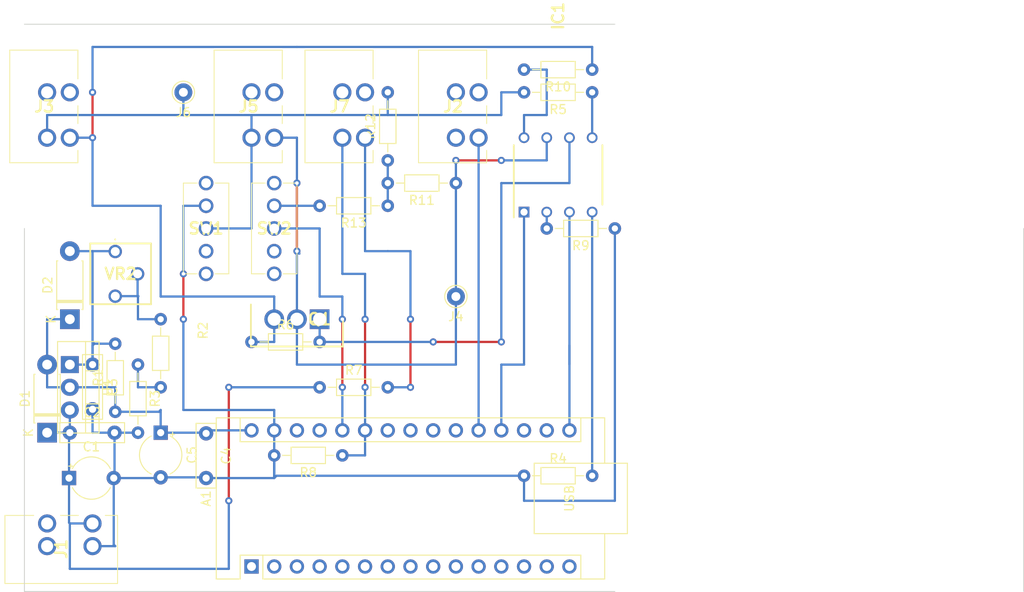
<source format=kicad_pcb>
(kicad_pcb (version 20211014) (generator pcbnew)
  (layers (0 "F.Cu" signal) (31 "B.Cu" signal) (34 "B.Paste" user) (35 "F.Paste" user) (36 "B.SilkS" user "B.Silkscreen") (37 "F.SilkS" user "F.Silkscreen") (38 "B.Mask" user) (39 "F.Mask" user) (44 "Edge.Cuts" user))
  (net 0 "")
  (net 16 "Net-(A1-Pad16)")
  (net 19 "Net-(A1-Pad19)")
  (net 20 "Net-(A1-Pad20)")
  (net 25 "PROX_OUT")
  (net 26 "OUT_REF")
  (net 29 "GND")
  (net 30 "+8V")
  (net 31 "+24V")
  (net 32 "Net-(C3-Pad1)")
  (net 33 "Net-(IC1-Pad2)")
  (net 34 "Net-(IC1-Pad7)")
  (net 35 "Net-(IC1-Pad6)")
  (net 36 "Net-(IC1-Pad5)")
  (net 37 "Net-(IC1-Pad4)")
  (net 38 "Net-(IC1-Pad8)")
  (net 47 "VPP")
  (net 48 "GNDPWR")
  (net 52 "Net-(R2-Pad1)")
  (net 53 "Net-(R2-Pad2)")
  (net 54 "Net-(J7-Pad3)")
  (net 55 "Net-(R11-Pad2)")
  (net 56 "Net-(R13-Pad2)")
  (footprint "Capacitor_THT:CP_Radial_Tantal_D4.5mm_P5.00mm" (layer "F.Cu") (at 180.34 88.9 -90)
    (fp_text reference "C5" (at 2.5 -3.5 90) (layer "F.SilkS"))
    (fp_text value "47u")
    (fp_line (start 0.187712 -1.56) (end 0.187712 -1.11) (layer "F.SilkS") (width 0.12))
    (fp_line (start -0.037288 -1.335) (end 0.412712 -1.335) (layer "F.SilkS") (width 0.12))
    (fp_arc (start 4.619741 1.06) (mid 2.5 2.37) (end 0.380259 1.06) (layer "F.SilkS") (width 0.12))
    (fp_arc (start 0.380259 -1.06) (mid 2.5 -2.37) (end 4.619741 -1.06) (layer "F.SilkS") (width 0.12))
    (pad "1" thru_hole rect (at 0 0 270) (size 1.6 1.6) (drill 0.8) (layers *.Cu *.Mask) (net 30 "+8V"))
    (pad "2" thru_hole circle (at 5 0 270) (size 1.6 1.6) (drill 0.8) (layers *.Cu *.Mask) (net 29 "GND"))
  )
  (footprint "Connector_Pin:Pin_D1.0mm_L10.0mm" (layer "F.Cu") (at 213.36 73.66)
    (fp_text reference "J4" (at 0 2.25) (layer "F.SilkS"))
    (fp_text value "Conn_01x01_Male")
    (fp_circle (center 0 0) (end 1.25 0.05) (layer "F.SilkS") (width 0.12) (fill none))
    (pad "1" thru_hole circle (at 0 0) (size 2 2) (drill 1) (layers *.Cu *.Mask) (net 34 "Net-(IC1-Pad7)"))
  )
  (footprint "SamacSys:TB40112E" (layer "F.Cu") (at 170.18 50.8 180)
    (fp_text reference "J3" (at 2.854 -1.58) (layer "F.SilkS") (effects (font (size 1.27 1.27) (thickness 0.254))))
    (fp_text value "TB401-1-2-E" hide)
    (fp_line (start -0.9 4.72) (end -0.9 1.5) (layer "F.SilkS") (width 0.1))
    (fp_line (start 6.72 -7.88) (end 6.72 4.72) (layer "F.SilkS") (width 0.1))
    (fp_line (start -0.9 -3.5) (end -0.9 -1.5) (layer "F.SilkS") (width 0.1))
    (fp_line (start -0.9 -6.5) (end -0.9 -7.88) (layer "F.SilkS") (width 0.1))
    (fp_line (start -0.9 -7.88) (end 6.72 -7.88) (layer "F.SilkS") (width 0.1))
    (fp_line (start 6.72 4.72) (end -0.9 4.72) (layer "F.SilkS") (width 0.1))
    (pad "1" thru_hole circle locked (at 0 0 180) (size 2.025 2.025) (drill 1.35) (layers *.Cu *.Mask))
    (pad "2" thru_hole circle locked (at 2.54 0 180) (size 2.025 2.025) (drill 1.35) (layers *.Cu *.Mask))
    (pad "3" thru_hole circle locked (at 0 -5.08 180) (size 2.025 2.025) (drill 1.35) (layers *.Cu *.Mask) (net 47 "VPP"))
    (pad "4" thru_hole circle locked (at 2.54 -5.08 180) (size 2.025 2.025) (drill 1.35) (layers *.Cu *.Mask) (net 48 "GNDPWR"))
  )
  (footprint "Resistor_THT:R_Axial_DIN0204_L3.6mm_D1.6mm_P7.62mm_Horizontal" (layer "F.Cu") (at 205.74 58.42 90)
    (fp_text reference "R12" (at 3.81 -1.92 90) (layer "F.SilkS"))
    (fp_text value "2.2k")
    (fp_line (start 5.73 -0.92) (end 1.89 -0.92) (layer "F.SilkS") (width 0.12))
    (fp_line (start 6.68 0) (end 5.73 0) (layer "F.SilkS") (width 0.12))
    (fp_line (start 1.89 -0.92) (end 1.89 0.92) (layer "F.SilkS") (width 0.12))
    (fp_line (start 0.94 0) (end 1.89 0) (layer "F.SilkS") (width 0.12))
    (fp_line (start 1.89 0.92) (end 5.73 0.92) (layer "F.SilkS") (width 0.12))
    (fp_line (start 5.73 0.92) (end 5.73 -0.92) (layer "F.SilkS") (width 0.12))
    (pad "1" thru_hole circle (at 0 0 90) (size 1.4 1.4) (drill 0.7) (layers *.Cu *.Mask) (net 55 "Net-(R11-Pad2)"))
    (pad "2" thru_hole oval (at 7.62 0 90) (size 1.4 1.4) (drill 0.7) (layers *.Cu *.Mask) (net 48 "GNDPWR"))
  )
  (footprint "Resistor_THT:R_Axial_DIN0204_L3.6mm_D1.6mm_P7.62mm_Horizontal" (layer "F.Cu") (at 180.34 76.2 -90)
    (fp_text reference "R2" (at 1.27 -4.74 90) (layer "F.SilkS"))
    (fp_text value "100")
    (fp_line (start 5.73 0.92) (end 5.73 -0.92) (layer "F.SilkS") (width 0.12))
    (fp_line (start 1.89 -0.92) (end 1.89 0.92) (layer "F.SilkS") (width 0.12))
    (fp_line (start 1.89 0.92) (end 5.73 0.92) (layer "F.SilkS") (width 0.12))
    (fp_line (start 5.73 -0.92) (end 1.89 -0.92) (layer "F.SilkS") (width 0.12))
    (fp_line (start 6.68 0) (end 5.73 0) (layer "F.SilkS") (width 0.12))
    (fp_line (start 0.94 0) (end 1.89 0) (layer "F.SilkS") (width 0.12))
    (pad "1" thru_hole circle (at 0 0 270) (size 1.4 1.4) (drill 0.7) (layers *.Cu *.Mask) (net 52 "Net-(R2-Pad1)"))
    (pad "2" thru_hole oval (at 7.62 0 270) (size 1.4 1.4) (drill 0.7) (layers *.Cu *.Mask) (net 53 "Net-(R2-Pad2)"))
  )
  (footprint "SamacSys:TB40112E" (layer "F.Cu") (at 167.64 99.06 -90)
    (fp_text reference "J1" (at 2.854 -1.58 90) (layer "F.SilkS") (effects (font (size 1.27 1.27) (thickness 0.254))))
    (fp_text value "TB401-1-2-E" hide)
    (fp_line (start -0.9 -6.5) (end -0.9 -7.88) (layer "F.SilkS") (width 0.1))
    (fp_line (start -0.9 4.72) (end -0.9 1.5) (layer "F.SilkS") (width 0.1))
    (fp_line (start 6.72 -7.88) (end 6.72 4.72) (layer "F.SilkS") (width 0.1))
    (fp_line (start -0.9 -3.5) (end -0.9 -1.5) (layer "F.SilkS") (width 0.1))
    (fp_line (start -0.9 -7.88) (end 6.72 -7.88) (layer "F.SilkS") (width 0.1))
    (fp_line (start 6.72 4.72) (end -0.9 4.72) (layer "F.SilkS") (width 0.1))
    (pad "1" thru_hole circle locked (at 0 0 270) (size 2.025 2.025) (drill 1.35) (layers *.Cu *.Mask))
    (pad "2" thru_hole circle locked (at 2.54 0 270) (size 2.025 2.025) (drill 1.35) (layers *.Cu *.Mask))
    (pad "3" thru_hole circle locked (at 0 -5.08 270) (size 2.025 2.025) (drill 1.35) (layers *.Cu *.Mask) (net 31 "+24V"))
    (pad "4" thru_hole circle locked (at 2.54 -5.08 270) (size 2.025 2.025) (drill 1.35) (layers *.Cu *.Mask) (net 29 "GND"))
  )
  (footprint "Resistor_THT:R_Axial_DIN0204_L3.6mm_D1.6mm_P7.62mm_Horizontal" (layer "F.Cu") (at 228.6 50.8 180)
    (fp_text reference "R5" (at 3.81 -1.92) (layer "F.SilkS"))
    (fp_text value "4.7k")
    (fp_line (start 5.73 0.92) (end 5.73 -0.92) (layer "F.SilkS") (width 0.12))
    (fp_line (start 1.89 -0.92) (end 1.89 0.92) (layer "F.SilkS") (width 0.12))
    (fp_line (start 5.73 -0.92) (end 1.89 -0.92) (layer "F.SilkS") (width 0.12))
    (fp_line (start 6.68 0) (end 5.73 0) (layer "F.SilkS") (width 0.12))
    (fp_line (start 0.94 0) (end 1.89 0) (layer "F.SilkS") (width 0.12))
    (fp_line (start 1.89 0.92) (end 5.73 0.92) (layer "F.SilkS") (width 0.12))
    (pad "1" thru_hole circle (at 0 0 180) (size 1.4 1.4) (drill 0.7) (layers *.Cu *.Mask) (net 36 "Net-(IC1-Pad5)"))
    (pad "2" thru_hole oval (at 7.62 0 180) (size 1.4 1.4) (drill 0.7) (layers *.Cu *.Mask) (net 48 "GNDPWR"))
  )
  (footprint "Resistor_THT:R_Axial_DIN0204_L3.6mm_D1.6mm_P7.62mm_Horizontal" (layer "F.Cu") (at 198.12 83.82)
    (fp_text reference "R7" (at 3.81 -1.92) (layer "F.SilkS"))
    (fp_text value "2.2k")
    (fp_line (start 0.94 0) (end 1.89 0) (layer "F.SilkS") (width 0.12))
    (fp_line (start 6.68 0) (end 5.73 0) (layer "F.SilkS") (width 0.12))
    (fp_line (start 5.73 -0.92) (end 1.89 -0.92) (layer "F.SilkS") (width 0.12))
    (fp_line (start 1.89 -0.92) (end 1.89 0.92) (layer "F.SilkS") (width 0.12))
    (fp_line (start 1.89 0.92) (end 5.73 0.92) (layer "F.SilkS") (width 0.12))
    (fp_line (start 5.73 0.92) (end 5.73 -0.92) (layer "F.SilkS") (width 0.12))
    (pad "1" thru_hole circle (at 0 0) (size 1.4 1.4) (drill 0.7) (layers *.Cu *.Mask) (net 31 "+24V"))
    (pad "2" thru_hole oval (at 7.62 0) (size 1.4 1.4) (drill 0.7) (layers *.Cu *.Mask) (net 54 "Net-(J7-Pad3)"))
  )
  (footprint "Resistor_THT:R_Axial_DIN0204_L3.6mm_D1.6mm_P7.62mm_Horizontal" (layer "F.Cu") (at 231.14 66.04 180)
    (fp_text reference "R9" (at 3.81 -1.92) (layer "F.SilkS"))
    (fp_text value "470")
    (fp_line (start 0.94 0) (end 1.89 0) (layer "F.SilkS") (width 0.12))
    (fp_line (start 1.89 -0.92) (end 1.89 0.92) (layer "F.SilkS") (width 0.12))
    (fp_line (start 6.68 0) (end 5.73 0) (layer "F.SilkS") (width 0.12))
    (fp_line (start 1.89 0.92) (end 5.73 0.92) (layer "F.SilkS") (width 0.12))
    (fp_line (start 5.73 -0.92) (end 1.89 -0.92) (layer "F.SilkS") (width 0.12))
    (fp_line (start 5.73 0.92) (end 5.73 -0.92) (layer "F.SilkS") (width 0.12))
    (pad "1" thru_hole circle (at 0 0 180) (size 1.4 1.4) (drill 0.7) (layers *.Cu *.Mask) (net 29 "GND"))
    (pad "2" thru_hole oval (at 7.62 0 180) (size 1.4 1.4) (drill 0.7) (layers *.Cu *.Mask) (net 33 "Net-(IC1-Pad2)"))
  )
  (footprint "SamacSys:TB40112E" (layer "F.Cu") (at 203.2 50.8 180)
    (fp_text reference "J7" (at 2.854 -1.58) (layer "F.SilkS") (effects (font (size 1.27 1.27) (thickness 0.254))))
    (fp_text value "TB401-1-2-E" hide)
    (fp_line (start -0.9 4.72) (end -0.9 1.5) (layer "F.SilkS") (width 0.1))
    (fp_line (start -0.9 -7.88) (end 6.72 -7.88) (layer "F.SilkS") (width 0.1))
    (fp_line (start -0.9 -3.5) (end -0.9 -1.5) (layer "F.SilkS") (width 0.1))
    (fp_line (start 6.72 -7.88) (end 6.72 4.72) (layer "F.SilkS") (width 0.1))
    (fp_line (start 6.72 4.72) (end -0.9 4.72) (layer "F.SilkS") (width 0.1))
    (fp_line (start -0.9 -6.5) (end -0.9 -7.88) (layer "F.SilkS") (width 0.1))
    (pad "1" thru_hole circle locked (at 0 0 180) (size 2.025 2.025) (drill 1.35) (layers *.Cu *.Mask))
    (pad "2" thru_hole circle locked (at 2.54 0 180) (size 2.025 2.025) (drill 1.35) (layers *.Cu *.Mask))
    (pad "3" thru_hole circle locked (at 0 -5.08 180) (size 2.025 2.025) (drill 1.35) (layers *.Cu *.Mask) (net 54 "Net-(J7-Pad3)"))
    (pad "4" thru_hole circle locked (at 2.54 -5.08 180) (size 2.025 2.025) (drill 1.35) (layers *.Cu *.Mask) (net 25 "PROX_OUT"))
  )
  (footprint "Capacitor_THT:C_Rect_L7.0mm_W2.0mm_P5.00mm" (layer "F.Cu") (at 170.18 88.9)
    (fp_text reference "C2" (at 2.5 -2.25) (layer "F.SilkS"))
    (fp_text value "0.1u")
    (fp_line (start -1.12 -1.12) (end -1.12 1.12) (layer "F.SilkS") (width 0.12))
    (fp_line (start -1.12 -1.12) (end 6.12 -1.12) (layer "F.SilkS") (width 0.12))
    (fp_line (start -1.12 1.12) (end 6.12 1.12) (layer "F.SilkS") (width 0.12))
    (fp_line (start 6.12 -1.12) (end 6.12 1.12) (layer "F.SilkS") (width 0.12))
    (pad "1" thru_hole circle (at 0 0) (size 1.6 1.6) (drill 0.8) (layers *.Cu *.Mask) (net 31 "+24V"))
    (pad "2" thru_hole circle (at 5 0) (size 1.6 1.6) (drill 0.8) (layers *.Cu *.Mask) (net 29 "GND"))
  )
  (footprint "SamacSys:2MS1T1B4VS2QES" (layer "F.Cu") (at 193.04 63.5)
    (fp_text reference "SW2" (at 0 2.54) (layer "F.SilkS") (effects (font (size 1.27 1.27) (thickness 0.254))))
    (fp_text value "2MS1T1B4VS2QES" hide)
    (fp_line (start 2.54 -2.54) (end 2.54 7.62) (layer "F.SilkS") (width 0.1))
    (fp_line (start 1 -2.54) (end 2.54 -2.54) (layer "F.SilkS") (width 0.1))
    (fp_line (start -1 -2.54) (end -2.54 -2.54) (layer "F.SilkS") (width 0.1))
    (fp_line (start -2.54 7.62) (end -1 7.62) (layer "F.SilkS") (width 0.1))
    (fp_line (start 2.54 7.62) (end 1 7.62) (layer "F.SilkS") (width 0.1))
    (fp_line (start -2.54 -2.54) (end -2.54 7.62) (layer "F.SilkS") (width 0.1))
    (pad "1" thru_hole circle locked (at 0 0) (size 1.635 1.635) (drill 1.09) (layers *.Cu *.Mask) (net 56 "Net-(R13-Pad2)"))
    (pad "2" thru_hole circle locked (at 0 2.54) (size 1.635 1.635) (drill 1.09) (layers *.Cu *.Mask) (net 26 "OUT_REF"))
    (pad "3" thru_hole circle locked (at 0 5.08) (size 1.635 1.635) (drill 1.09) (layers *.Cu *.Mask))
    (pad "MH1" thru_hole circle locked (at 0 -2.54) (size 1.635 1.635) (drill 1.09) (layers *.Cu *.Mask))
    (pad "MH2" thru_hole circle locked (at 0 7.62) (size 1.635 1.635) (drill 1.09) (layers *.Cu *.Mask))
  )
  (footprint "Diode_THT:D_DO-41_SOD81_P7.62mm_Horizontal" (layer "F.Cu") (at 167.64 88.9 90)
    (fp_text reference "D1" (at 3.81 -2.47 90) (layer "F.SilkS"))
    (fp_text value "D")
    (fp_text user "K" (at 0 -2.1 90) (layer "F.SilkS"))
    (fp_line (start 6.53 -1.47) (end 6.53 -1.34) (layer "F.SilkS") (width 0.12))
    (fp_line (start 1.09 -1.34) (end 1.09 -1.47) (layer "F.SilkS") (width 0.12))
    (fp_line (start 1.09 1.47) (end 6.53 1.47) (layer "F.SilkS") (width 0.12))
    (fp_line (start 1.87 -1.47) (end 1.87 1.47) (layer "F.SilkS") (width 0.12))
    (fp_line (start 6.53 1.47) (end 6.53 1.34) (layer "F.SilkS") (width 0.12))
    (fp_line (start 1.09 1.34) (end 1.09 1.47) (layer "F.SilkS") (width 0.12))
    (fp_line (start 2.11 -1.47) (end 2.11 1.47) (layer "F.SilkS") (width 0.12))
    (fp_line (start 1.09 -1.47) (end 6.53 -1.47) (layer "F.SilkS") (width 0.12))
    (fp_line (start 1.99 -1.47) (end 1.99 1.47) (layer "F.SilkS") (width 0.12))
    (pad "1" thru_hole rect (at 0 0 90) (size 2.2 2.2) (drill 1.1) (layers *.Cu *.Mask) (net 31 "+24V"))
    (pad "2" thru_hole oval (at 7.62 0 90) (size 2.2 2.2) (drill 1.1) (layers *.Cu *.Mask) (net 30 "+8V"))
  )
  (footprint "Resistor_THT:R_Axial_DIN0204_L3.6mm_D1.6mm_P7.62mm_Horizontal" (layer "F.Cu") (at 213.36 60.96 180)
    (fp_text reference "R11" (at 3.81 -1.92) (layer "F.SilkS"))
    (fp_text value "10k")
    (fp_line (start 1.89 0.92) (end 5.73 0.92) (layer "F.SilkS") (width 0.12))
    (fp_line (start 5.73 -0.92) (end 1.89 -0.92) (layer "F.SilkS") (width 0.12))
    (fp_line (start 6.68 0) (end 5.73 0) (layer "F.SilkS") (width 0.12))
    (fp_line (start 5.73 0.92) (end 5.73 -0.92) (layer "F.SilkS") (width 0.12))
    (fp_line (start 1.89 -0.92) (end 1.89 0.92) (layer "F.SilkS") (width 0.12))
    (fp_line (start 0.94 0) (end 1.89 0) (layer "F.SilkS") (width 0.12))
    (pad "1" thru_hole circle (at 0 0 180) (size 1.4 1.4) (drill 0.7) (layers *.Cu *.Mask) (net 34 "Net-(IC1-Pad7)"))
    (pad "2" thru_hole oval (at 7.62 0 180) (size 1.4 1.4) (drill 0.7) (layers *.Cu *.Mask) (net 55 "Net-(R11-Pad2)"))
  )
  (footprint "SamacSys:TB40112E" (layer "F.Cu") (at 215.9 50.8 180)
    (fp_text reference "J2" (at 2.854 -1.58) (layer "F.SilkS") (effects (font (size 1.27 1.27) (thickness 0.254))))
    (fp_text value "TB401-1-2-E" hide)
    (fp_line (start -0.9 -3.5) (end -0.9 -1.5) (layer "F.SilkS") (width 0.1))
    (fp_line (start -0.9 -6.5) (end -0.9 -7.88) (layer "F.SilkS") (width 0.1))
    (fp_line (start -0.9 -7.88) (end 6.72 -7.88) (layer "F.SilkS") (width 0.1))
    (fp_line (start 6.72 4.72) (end -0.9 4.72) (layer "F.SilkS") (width 0.1))
    (fp_line (start -0.9 4.72) (end -0.9 1.5) (layer "F.SilkS") (width 0.1))
    (fp_line (start 6.72 -7.88) (end 6.72 4.72) (layer "F.SilkS") (width 0.1))
    (pad "1" thru_hole circle locked (at 0 0 180) (size 2.025 2.025) (drill 1.35) (layers *.Cu *.Mask))
    (pad "2" thru_hole circle locked (at 2.54 0 180) (size 2.025 2.025) (drill 1.35) (layers *.Cu *.Mask))
    (pad "3" thru_hole circle locked (at 0 -5.08 180) (size 2.025 2.025) (drill 1.35) (layers *.Cu *.Mask) (net 20 "Net-(A1-Pad20)"))
    (pad "4" thru_hole circle locked (at 2.54 -5.08 180) (size 2.025 2.025) (drill 1.35) (layers *.Cu *.Mask))
  )
  (footprint "Capacitor_THT:C_Rect_L7.0mm_W2.0mm_P5.00mm" (layer "F.Cu") (at 185.42 88.98 -90)
    (fp_text reference "C4" (at 2.5 -2.25 90) (layer "F.SilkS"))
    (fp_text value "1u")
    (fp_line (start -1.12 -1.12) (end 6.12 -1.12) (layer "F.SilkS") (width 0.12))
    (fp_line (start -1.12 1.12) (end 6.12 1.12) (layer "F.SilkS") (width 0.12))
    (fp_line (start 6.12 -1.12) (end 6.12 1.12) (layer "F.SilkS") (width 0.12))
    (fp_line (start -1.12 -1.12) (end -1.12 1.12) (layer "F.SilkS") (width 0.12))
    (pad "1" thru_hole circle (at 0 0 270) (size 1.6 1.6) (drill 0.8) (layers *.Cu *.Mask) (net 30 "+8V"))
    (pad "2" thru_hole circle (at 5 0 270) (size 1.6 1.6) (drill 0.8) (layers *.Cu *.Mask) (net 29 "GND"))
  )
  (footprint "Resistor_THT:R_Axial_DIN0204_L3.6mm_D1.6mm_P7.62mm_Horizontal" (layer "F.Cu") (at 228.6 48.26 180)
    (fp_text reference "R10" (at 3.81 -1.92) (layer "F.SilkS"))
    (fp_text value "2.2k")
    (fp_line (start 1.89 -0.92) (end 1.89 0.92) (layer "F.SilkS") (width 0.12))
    (fp_line (start 0.94 0) (end 1.89 0) (layer "F.SilkS") (width 0.12))
    (fp_line (start 6.68 0) (end 5.73 0) (layer "F.SilkS") (width 0.12))
    (fp_line (start 5.73 0.92) (end 5.73 -0.92) (layer "F.SilkS") (width 0.12))
    (fp_line (start 5.73 -0.92) (end 1.89 -0.92) (layer "F.SilkS") (width 0.12))
    (fp_line (start 1.89 0.92) (end 5.73 0.92) (layer "F.SilkS") (width 0.12))
    (pad "1" thru_hole circle (at 0 0 180) (size 1.4 1.4) (drill 0.7) (layers *.Cu *.Mask) (net 47 "VPP"))
    (pad "2" thru_hole oval (at 7.62 0 180) (size 1.4 1.4) (drill 0.7) (layers *.Cu *.Mask) (net 38 "Net-(IC1-Pad8)"))
  )
  (footprint "SamacSys:DIP832W60P254L966H380Q8N" (layer "F.Cu") (at 224.79 60.042 90)
    (fp_text reference "IC1" (at 17.78 0 90) (layer "F.SilkS") (effects (font (size 1.27 1.27) (thickness 0.254))))
    (fp_text value "TLP521-2" hide)
    (fp_line (start -3.325 4.955) (end 3.325 4.955) (layer "F.SilkS") (width 0.2))
    (fp_line (start -4.762 -4.955) (end 3.325 -4.955) (layer "F.SilkS") (width 0.2))
    (pad "1" thru_hole rect locked (at -4.162 -3.81 90) (size 1.2 1.2) (drill 0.8) (layers *.Cu *.Mask) (net 19 "Net-(A1-Pad19)"))
    (pad "2" thru_hole circle locked (at -4.162 -1.27 90) (size 1.2 1.2) (drill 0.8) (layers *.Cu *.Mask) (net 33 "Net-(IC1-Pad2)"))
    (pad "3" thru_hole circle locked (at -4.162 1.27 90) (size 1.2 1.2) (drill 0.8) (layers *.Cu *.Mask) (net 16 "Net-(A1-Pad16)"))
    (pad "4" thru_hole circle locked (at -4.162 3.81 90) (size 1.2 1.2) (drill 0.8) (layers *.Cu *.Mask) (net 37 "Net-(IC1-Pad4)"))
    (pad "5" thru_hole circle locked (at 4.162 3.81 90) (size 1.2 1.2) (drill 0.8) (layers *.Cu *.Mask) (net 36 "Net-(IC1-Pad5)"))
    (pad "6" thru_hole circle locked (at 4.162 1.27 90) (size 1.2 1.2) (drill 0.8) (layers *.Cu *.Mask) (net 35 "Net-(IC1-Pad6)"))
    (pad "7" thru_hole circle locked (at 4.162 -1.27 90) (size 1.2 1.2) (drill 0.8) (layers *.Cu *.Mask) (net 34 "Net-(IC1-Pad7)"))
    (pad "8" thru_hole circle locked (at 4.162 -3.81 90) (size 1.2 1.2) (drill 0.8) (layers *.Cu *.Mask) (net 38 "Net-(IC1-Pad8)"))
  )
  (footprint "Resistor_THT:R_Axial_DIN0204_L3.6mm_D1.6mm_P7.62mm_Horizontal" (layer "F.Cu") (at 200.66 91.44 180)
    (fp_text reference "R8" (at 3.81 -1.92) (layer "F.SilkS"))
    (fp_text value "470")
    (fp_line (start 1.89 0.92) (end 5.73 0.92) (layer "F.SilkS") (width 0.12))
    (fp_line (start 0.94 0) (end 1.89 0) (layer "F.SilkS") (width 0.12))
    (fp_line (start 6.68 0) (end 5.73 0) (layer "F.SilkS") (width 0.12))
    (fp_line (start 5.73 0.92) (end 5.73 -0.92) (layer "F.SilkS") (width 0.12))
    (fp_line (start 5.73 -0.92) (end 1.89 -0.92) (layer "F.SilkS") (width 0.12))
    (fp_line (start 1.89 -0.92) (end 1.89 0.92) (layer "F.SilkS") (width 0.12))
    (pad "1" thru_hole circle (at 0 0 180) (size 1.4 1.4) (drill 0.7) (layers *.Cu *.Mask) (net 25 "PROX_OUT"))
    (pad "2" thru_hole oval (at 7.62 0 180) (size 1.4 1.4) (drill 0.7) (layers *.Cu *.Mask) (net 29 "GND"))
  )
  (footprint "Resistor_THT:R_Axial_DIN0204_L3.6mm_D1.6mm_P7.62mm_Horizontal" (layer "F.Cu") (at 177.8 81.28 -90)
    (fp_text reference "R3" (at 3.81 -1.92 90) (layer "F.SilkS"))
    (fp_text value "1k")
    (fp_line (start 1.89 0.92) (end 5.73 0.92) (layer "F.SilkS") (width 0.12))
    (fp_line (start 6.68 0) (end 5.73 0) (layer "F.SilkS") (width 0.12))
    (fp_line (start 5.73 -0.92) (end 1.89 -0.92) (layer "F.SilkS") (width 0.12))
    (fp_line (start 1.89 -0.92) (end 1.89 0.92) (layer "F.SilkS") (width 0.12))
    (fp_line (start 0.94 0) (end 1.89 0) (layer "F.SilkS") (width 0.12))
    (fp_line (start 5.73 0.92) (end 5.73 -0.92) (layer "F.SilkS") (width 0.12))
    (pad "1" thru_hole circle (at 0 0 270) (size 1.4 1.4) (drill 0.7) (layers *.Cu *.Mask) (net 53 "Net-(R2-Pad2)"))
    (pad "2" thru_hole oval (at 7.62 0 270) (size 1.4 1.4) (drill 0.7) (layers *.Cu *.Mask) (net 29 "GND"))
  )
  (footprint "Resistor_THT:R_Axial_DIN0204_L3.6mm_D1.6mm_P7.62mm_Horizontal" (layer "F.Cu") (at 175.26 86.56 90)
    (fp_text reference "R1" (at 3.81 -1.92 90) (layer "F.SilkS"))
    (fp_text value "220")
    (fp_line (start 1.89 -0.92) (end 1.89 0.92) (layer "F.SilkS") (width 0.12))
    (fp_line (start 1.89 0.92) (end 5.73 0.92) (layer "F.SilkS") (width 0.12))
    (fp_line (start 0.94 0) (end 1.89 0) (layer "F.SilkS") (width 0.12))
    (fp_line (start 6.68 0) (end 5.73 0) (layer "F.SilkS") (width 0.12))
    (fp_line (start 5.73 -0.92) (end 1.89 -0.92) (layer "F.SilkS") (width 0.12))
    (fp_line (start 5.73 0.92) (end 5.73 -0.92) (layer "F.SilkS") (width 0.12))
    (pad "1" thru_hole circle (at 0 0 90) (size 1.4 1.4) (drill 0.7) (layers *.Cu *.Mask) (net 30 "+8V"))
    (pad "2" thru_hole oval (at 7.62 0 90) (size 1.4 1.4) (drill 0.7) (layers *.Cu *.Mask) (net 32 "Net-(C3-Pad1)"))
  )
  (footprint "SamacSys:TB40112E" (layer "F.Cu") (at 193.04 50.8 180)
    (fp_text reference "J5" (at 2.854 -1.58) (layer "F.SilkS") (effects (font (size 1.27 1.27) (thickness 0.254))))
    (fp_text value "TB401-1-2-E" hide)
    (fp_line (start -0.9 -6.5) (end -0.9 -7.88) (layer "F.SilkS") (width 0.1))
    (fp_line (start -0.9 4.72) (end -0.9 1.5) (layer "F.SilkS") (width 0.1))
    (fp_line (start 6.72 -7.88) (end 6.72 4.72) (layer "F.SilkS") (width 0.1))
    (fp_line (start -0.9 -3.5) (end -0.9 -1.5) (layer "F.SilkS") (width 0.1))
    (fp_line (start 6.72 4.72) (end -0.9 4.72) (layer "F.SilkS") (width 0.1))
    (fp_line (start -0.9 -7.88) (end 6.72 -7.88) (layer "F.SilkS") (width 0.1))
    (pad "1" thru_hole circle locked (at 0 0 180) (size 2.025 2.025) (drill 1.35) (layers *.Cu *.Mask))
    (pad "2" thru_hole circle locked (at 2.54 0 180) (size 2.025 2.025) (drill 1.35) (layers *.Cu *.Mask))
    (pad "3" thru_hole circle locked (at 0 -5.08 180) (size 2.025 2.025) (drill 1.35) (layers *.Cu *.Mask) (net 34 "Net-(IC1-Pad7)"))
    (pad "4" thru_hole circle locked (at 2.54 -5.08 180) (size 2.025 2.025) (drill 1.35) (layers *.Cu *.Mask) (net 48 "GNDPWR"))
  )
  (footprint "Resistor_THT:R_Axial_DIN0204_L3.6mm_D1.6mm_P7.62mm_Horizontal" (layer "F.Cu") (at 190.5 78.74)
    (fp_text reference "R6" (at 3.81 -1.92) (layer "F.SilkS"))
    (fp_text value "4.7k")
    (fp_line (start 5.73 0.92) (end 5.73 -0.92) (layer "F.SilkS") (width 0.12))
    (fp_line (start 6.68 0) (end 5.73 0) (layer "F.SilkS") (width 0.12))
    (fp_line (start 0.94 0) (end 1.89 0) (layer "F.SilkS") (width 0.12))
    (fp_line (start 5.73 -0.92) (end 1.89 -0.92) (layer "F.SilkS") (width 0.12))
    (fp_line (start 1.89 0.92) (end 5.73 0.92) (layer "F.SilkS") (width 0.12))
    (fp_line (start 1.89 -0.92) (end 1.89 0.92) (layer "F.SilkS") (width 0.12))
    (pad "1" thru_hole circle (at 0 0) (size 1.4 1.4) (drill 0.7) (layers *.Cu *.Mask) (net 47 "VPP"))
    (pad "2" thru_hole oval (at 7.62 0) (size 1.4 1.4) (drill 0.7) (layers *.Cu *.Mask) (net 35 "Net-(IC1-Pad6)"))
  )
  (footprint "Resistor_THT:R_Axial_DIN0204_L3.6mm_D1.6mm_P7.62mm_Horizontal" (layer "F.Cu") (at 220.98 93.72)
    (fp_text reference "R4" (at 3.81 -1.92) (layer "F.SilkS"))
    (fp_text value "470")
    (fp_line (start 1.89 0.92) (end 5.73 0.92) (layer "F.SilkS") (width 0.12))
    (fp_line (start 0.94 0) (end 1.89 0) (layer "F.SilkS") (width 0.12))
    (fp_line (start 5.73 -0.92) (end 1.89 -0.92) (layer "F.SilkS") (width 0.12))
    (fp_line (start 1.89 -0.92) (end 1.89 0.92) (layer "F.SilkS") (width 0.12))
    (fp_line (start 5.73 0.92) (end 5.73 -0.92) (layer "F.SilkS") (width 0.12))
    (fp_line (start 6.68 0) (end 5.73 0) (layer "F.SilkS") (width 0.12))
    (pad "1" thru_hole circle (at 0 0) (size 1.4 1.4) (drill 0.7) (layers *.Cu *.Mask) (net 29 "GND"))
    (pad "2" thru_hole oval (at 7.62 0) (size 1.4 1.4) (drill 0.7) (layers *.Cu *.Mask) (net 37 "Net-(IC1-Pad4)"))
  )
  (footprint "Package_TO_SOT_THT:TO-220-3_Vertical" (layer "F.Cu") (at 170.18 81.28 -90)
    (fp_text reference "U1" (at 2.54 -4.27 90) (layer "F.SilkS"))
    (fp_text value "LM317_TO-220")
    (fp_line (start 4.391 -3.27) (end 4.391 -1.76) (layer "F.SilkS") (width 0.12))
    (fp_line (start -2.58 -3.27) (end -2.58 1.371) (layer "F.SilkS") (width 0.12))
    (fp_line (start -2.58 1.371) (end 7.66 1.371) (layer "F.SilkS") (width 0.12))
    (fp_line (start 7.66 -3.27) (end 7.66 1.371) (layer "F.SilkS") (width 0.12))
    (fp_line (start 0.69 -3.27) (end 0.69 -1.76) (layer "F.SilkS") (width 0.12))
    (fp_line (start -2.58 -1.76) (end 7.66 -1.76) (layer "F.SilkS") (width 0.12))
    (fp_line (start -2.58 -3.27) (end 7.66 -3.27) (layer "F.SilkS") (width 0.12))
    (pad "1" thru_hole rect (at 0 0 270) (size 1.905 2) (drill 1.1) (layers *.Cu *.Mask) (net 32 "Net-(C3-Pad1)"))
    (pad "2" thru_hole oval (at 2.54 0 270) (size 1.905 2) (drill 1.1) (layers *.Cu *.Mask) (net 30 "+8V"))
    (pad "3" thru_hole oval (at 5.08 0 270) (size 1.905 2) (drill 1.1) (layers *.Cu *.Mask) (net 31 "+24V"))
  )
  (footprint "Resistor_THT:R_Axial_DIN0204_L3.6mm_D1.6mm_P7.62mm_Horizontal" (layer "F.Cu") (at 205.74 63.5 180)
    (fp_text reference "R13" (at 3.81 -1.92) (layer "F.SilkS"))
    (fp_text value "1k")
    (fp_line (start 1.89 0.92) (end 5.73 0.92) (layer "F.SilkS") (width 0.12))
    (fp_line (start 5.73 -0.92) (end 1.89 -0.92) (layer "F.SilkS") (width 0.12))
    (fp_line (start 0.94 0) (end 1.89 0) (layer "F.SilkS") (width 0.12))
    (fp_line (start 6.68 0) (end 5.73 0) (layer "F.SilkS") (width 0.12))
    (fp_line (start 1.89 -0.92) (end 1.89 0.92) (layer "F.SilkS") (width 0.12))
    (fp_line (start 5.73 0.92) (end 5.73 -0.92) (layer "F.SilkS") (width 0.12))
    (pad "1" thru_hole circle (at 0 0 180) (size 1.4 1.4) (drill 0.7) (layers *.Cu *.Mask) (net 55 "Net-(R11-Pad2)"))
    (pad "2" thru_hole oval (at 7.62 0 180) (size 1.4 1.4) (drill 0.7) (layers *.Cu *.Mask) (net 56 "Net-(R13-Pad2)"))
  )
  (footprint "Connector_Pin:Pin_D1.0mm_L10.0mm" (layer "F.Cu") (at 182.88 50.8)
    (fp_text reference "J6" (at 0 2.25) (layer "F.SilkS"))
    (fp_text value "Conn_01x01_Male")
    (fp_circle (center 0 0) (end 1.25 0.05) (layer "F.SilkS") (width 0.12) (fill none))
    (pad "1" thru_hole circle (at 0 0) (size 2 2) (drill 1) (layers *.Cu *.Mask) (net 48 "GNDPWR"))
  )
  (footprint "Diode_THT:D_DO-41_SOD81_P7.62mm_Horizontal" (layer "F.Cu") (at 170.18 76.2 90)
    (fp_text reference "D2" (at 3.81 -2.47 90) (layer "F.SilkS"))
    (fp_text value "D")
    (fp_text user "K" (at 0 -2.1 90) (layer "F.SilkS"))
    (fp_line (start 1.99 -1.47) (end 1.99 1.47) (layer "F.SilkS") (width 0.12))
    (fp_line (start 6.53 1.47) (end 6.53 1.34) (layer "F.SilkS") (width 0.12))
    (fp_line (start 2.11 -1.47) (end 2.11 1.47) (layer "F.SilkS") (width 0.12))
    (fp_line (start 1.09 -1.47) (end 6.53 -1.47) (layer "F.SilkS") (width 0.12))
    (fp_line (start 1.87 -1.47) (end 1.87 1.47) (layer "F.SilkS") (width 0.12))
    (fp_line (start 6.53 -1.47) (end 6.53 -1.34) (layer "F.SilkS") (width 0.12))
    (fp_line (start 1.09 1.34) (end 1.09 1.47) (layer "F.SilkS") (width 0.12))
    (fp_line (start 1.09 1.47) (end 6.53 1.47) (layer "F.SilkS") (width 0.12))
    (fp_line (start 1.09 -1.34) (end 1.09 -1.47) (layer "F.SilkS") (width 0.12))
    (pad "1" thru_hole rect (at 0 0 90) (size 2.2 2.2) (drill 1.1) (layers *.Cu *.Mask) (net 30 "+8V"))
    (pad "2" thru_hole oval (at 7.62 0 90) (size 2.2 2.2) (drill 1.1) (layers *.Cu *.Mask) (net 32 "Net-(C3-Pad1)"))
  )
  (footprint "SamacSys:2MS1T1B4VS2QES" (layer "F.Cu") (at 185.42 63.5)
    (fp_text reference "SW1" (at 0 2.54) (layer "F.SilkS") (effects (font (size 1.27 1.27) (thickness 0.254))))
    (fp_text value "2MS1T1B4VS2QES" hide)
    (fp_line (start 2.54 -2.54) (end 2.54 7.62) (layer "F.SilkS") (width 0.1))
    (fp_line (start -2.54 -2.54) (end -2.54 7.62) (layer "F.SilkS") (width 0.1))
    (fp_line (start 1 -2.54) (end 2.54 -2.54) (layer "F.SilkS") (width 0.1))
    (fp_line (start -2.54 7.62) (end -1 7.62) (layer "F.SilkS") (width 0.1))
    (fp_line (start 2.54 7.62) (end 1 7.62) (layer "F.SilkS") (width 0.1))
    (fp_line (start -1 -2.54) (end -2.54 -2.54) (layer "F.SilkS") (width 0.1))
    (pad "1" thru_hole circle locked (at 0 0) (size 1.635 1.635) (drill 1.09) (layers *.Cu *.Mask) (net 29 "GND"))
    (pad "2" thru_hole circle locked (at 0 2.54) (size 1.635 1.635) (drill 1.09) (layers *.Cu *.Mask) (net 48 "GNDPWR"))
    (pad "3" thru_hole circle locked (at 0 5.08) (size 1.635 1.635) (drill 1.09) (layers *.Cu *.Mask))
    (pad "MH1" thru_hole circle locked (at 0 -2.54) (size 1.635 1.635) (drill 1.09) (layers *.Cu *.Mask))
    (pad "MH2" thru_hole circle locked (at 0 7.62) (size 1.635 1.635) (drill 1.09) (layers *.Cu *.Mask))
  )
  (footprint "Capacitor_THT:C_Rect_L7.0mm_W2.0mm_P5.00mm" (layer "F.Cu") (at 172.72 81.28 -90)
    (fp_text reference "C3" (at 2.5 -2.25 90) (layer "F.SilkS"))
    (fp_text value "0.1u")
    (fp_line (start 6.12 -1.12) (end 6.12 1.12) (layer "F.SilkS") (width 0.12))
    (fp_line (start -1.12 -1.12) (end -1.12 1.12) (layer "F.SilkS") (width 0.12))
    (fp_line (start -1.12 1.12) (end 6.12 1.12) (layer "F.SilkS") (width 0.12))
    (fp_line (start -1.12 -1.12) (end 6.12 -1.12) (layer "F.SilkS") (width 0.12))
    (pad "1" thru_hole circle (at 0 0 270) (size 1.6 1.6) (drill 0.8) (layers *.Cu *.Mask) (net 32 "Net-(C3-Pad1)"))
    (pad "2" thru_hole circle (at 5 0 270) (size 1.6 1.6) (drill 0.8) (layers *.Cu *.Mask) (net 29 "GND"))
  )
  (footprint "SamacSys:TO254P470X1000X2090-3P" (layer "F.Cu") (at 198.12 76.2 180)
    (fp_text reference "Q1" (at 0 0) (layer "F.SilkS") (effects (font (size 1.27 1.27) (thickness 0.254))))
    (fp_text value "2SJ334" hide)
    (fp_line (start 7.69 -3.05) (end -2.61 -3.05) (layer "F.SilkS") (width 0.2))
    (fp_line (start -2.61 -3.05) (end -2.61 0) (layer "F.SilkS") (width 0.2))
    (fp_line (start 7.69 1.65) (end 7.69 -3.05) (layer "F.SilkS") (width 0.2))
    (pad "1" thru_hole rect locked (at 0 0 180) (size 2.205 2.205) (drill 1.47) (layers *.Cu *.Mask) (net 35 "Net-(IC1-Pad6)"))
    (pad "2" thru_hole circle locked (at 2.54 0 180) (size 2.205 2.205) (drill 1.47) (layers *.Cu *.Mask) (net 34 "Net-(IC1-Pad7)"))
    (pad "3" thru_hole circle locked (at 5.08 0 180) (size 2.205 2.205) (drill 1.47) (layers *.Cu *.Mask) (net 47 "VPP"))
  )
  (footprint "Module:Arduino_Nano" (layer "F.Cu") (at 190.5 103.88 90)
    (fp_text reference "A1" (at 7.62 -5.08 90) (layer "F.SilkS"))
    (fp_text value "Arduino_Nano_v3.x")
    (fp_text user "USB" (at 7.62 35.56 90 unlocked) (layer "F.SilkS"))
    (fp_line (start 1.27 1.27) (end -1.4 1.27) (layer "F.SilkS") (width 0.12))
    (fp_line (start 13.97 -1.27) (end 16.64 -1.27) (layer "F.SilkS") (width 0.12))
    (fp_line (start -1.4 39.5) (end 3.68 39.5) (layer "F.SilkS") (width 0.12))
    (fp_line (start 16.64 -3.94) (end -1.4 -3.94) (layer "F.SilkS") (width 0.12))
    (fp_line (start 16.64 39.5) (end 16.64 -3.94) (layer "F.SilkS") (width 0.12))
    (fp_line (start 1.27 1.27) (end 1.27 36.83) (layer "F.SilkS") (width 0.12))
    (fp_line (start 1.27 1.27) (end 1.27 -1.27) (layer "F.SilkS") (width 0.12))
    (fp_line (start 3.68 42.04) (end 3.68 31.62) (layer "F.SilkS") (width 0.12))
    (fp_line (start 1.27 -1.27) (end -1.4 -1.27) (layer "F.SilkS") (width 0.12))
    (fp_line (start 13.97 36.83) (end 16.64 36.83) (layer "F.SilkS") (width 0.12))
    (fp_line (start 3.68 31.62) (end 11.56 31.62) (layer "F.SilkS") (width 0.12))
    (fp_line (start -1.4 1.27) (end -1.4 39.5) (layer "F.SilkS") (width 0.12))
    (fp_line (start 11.56 42.04) (end 3.68 42.04) (layer "F.SilkS") (width 0.12))
    (fp_line (start 16.64 39.5) (end 11.56 39.5) (layer "F.SilkS") (width 0.12))
    (fp_line (start 1.27 36.83) (end -1.4 36.83) (layer "F.SilkS") (width 0.12))
    (fp_line (start -1.4 -3.94) (end -1.4 -1.27) (layer "F.SilkS") (width 0.12))
    (fp_line (start 11.56 31.62) (end 11.56 42.04) (layer "F.SilkS") (width 0.12))
    (fp_line (start 13.97 -1.27) (end 13.97 36.83) (layer "F.SilkS") (width 0.12))
    (pad "1" thru_hole rect (at 0 0 90) (size 1.6 1.6) (drill 1) (layers *.Cu *.Mask))
    (pad "2" thru_hole oval (at 0 2.54 90) (size 1.6 1.6) (drill 1) (layers *.Cu *.Mask))
    (pad "3" thru_hole oval (at 0 5.08 90) (size 1.6 1.6) (drill 1) (layers *.Cu *.Mask))
    (pad "4" thru_hole oval (at 0 7.62 90) (size 1.6 1.6) (drill 1) (layers *.Cu *.Mask))
    (pad "5" thru_hole oval (at 0 10.16 90) (size 1.6 1.6) (drill 1) (layers *.Cu *.Mask))
    (pad "6" thru_hole oval (at 0 12.7 90) (size 1.6 1.6) (drill 1) (layers *.Cu *.Mask))
    (pad "7" thru_hole oval (at 0 15.24 90) (size 1.6 1.6) (drill 1) (layers *.Cu *.Mask))
    (pad "8" thru_hole oval (at 0 17.78 90) (size 1.6 1.6) (drill 1) (layers *.Cu *.Mask))
    (pad "9" thru_hole oval (at 0 20.32 90) (size 1.6 1.6) (drill 1) (layers *.Cu *.Mask))
    (pad "10" thru_hole oval (at 0 22.86 90) (size 1.6 1.6) (drill 1) (layers *.Cu *.Mask))
    (pad "11" thru_hole oval (at 0 25.4 90) (size 1.6 1.6) (drill 1) (layers *.Cu *.Mask))
    (pad "12" thru_hole oval (at 0 27.94 90) (size 1.6 1.6) (drill 1) (layers *.Cu *.Mask))
    (pad "13" thru_hole oval (at 0 30.48 90) (size 1.6 1.6) (drill 1) (layers *.Cu *.Mask))
    (pad "14" thru_hole oval (at 0 33.02 90) (size 1.6 1.6) (drill 1) (layers *.Cu *.Mask))
    (pad "15" thru_hole oval (at 0 35.56 90) (size 1.6 1.6) (drill 1) (layers *.Cu *.Mask))
    (pad "16" thru_hole oval (at 15.24 35.56 90) (size 1.6 1.6) (drill 1) (layers *.Cu *.Mask) (net 16 "Net-(A1-Pad16)"))
    (pad "17" thru_hole oval (at 15.24 33.02 90) (size 1.6 1.6) (drill 1) (layers *.Cu *.Mask))
    (pad "18" thru_hole oval (at 15.24 30.48 90) (size 1.6 1.6) (drill 1) (layers *.Cu *.Mask))
    (pad "19" thru_hole oval (at 15.24 27.94 90) (size 1.6 1.6) (drill 1) (layers *.Cu *.Mask) (net 19 "Net-(A1-Pad19)"))
    (pad "20" thru_hole oval (at 15.24 25.4 90) (size 1.6 1.6) (drill 1) (layers *.Cu *.Mask) (net 20 "Net-(A1-Pad20)"))
    (pad "21" thru_hole oval (at 15.24 22.86 90) (size 1.6 1.6) (drill 1) (layers *.Cu *.Mask))
    (pad "22" thru_hole oval (at 15.24 20.32 90) (size 1.6 1.6) (drill 1) (layers *.Cu *.Mask))
    (pad "23" thru_hole oval (at 15.24 17.78 90) (size 1.6 1.6) (drill 1) (layers *.Cu *.Mask))
    (pad "24" thru_hole oval (at 15.24 15.24 90) (size 1.6 1.6) (drill 1) (layers *.Cu *.Mask))
    (pad "25" thru_hole oval (at 15.24 12.7 90) (size 1.6 1.6) (drill 1) (layers *.Cu *.Mask) (net 25 "PROX_OUT"))
    (pad "26" thru_hole oval (at 15.24 10.16 90) (size 1.6 1.6) (drill 1) (layers *.Cu *.Mask) (net 26 "OUT_REF"))
    (pad "27" thru_hole oval (at 15.24 7.62 90) (size 1.6 1.6) (drill 1) (layers *.Cu *.Mask))
    (pad "28" thru_hole oval (at 15.24 5.08 90) (size 1.6 1.6) (drill 1) (layers *.Cu *.Mask))
    (pad "29" thru_hole oval (at 15.24 2.54 90) (size 1.6 1.6) (drill 1) (layers *.Cu *.Mask) (net 29 "GND"))
    (pad "30" thru_hole oval (at 15.24 0 90) (size 1.6 1.6) (drill 1) (layers *.Cu *.Mask) (net 30 "+8V"))
  )
  (footprint "Capacitor_THT:CP_Radial_Tantal_D4.5mm_P5.00mm" (layer "F.Cu") (at 170.091036 93.98)
    (fp_text reference "C1" (at 2.5 -3.5) (layer "F.SilkS"))
    (fp_text value "47u")
    (fp_line (start 0.187712 -1.56) (end 0.187712 -1.11) (layer "F.SilkS") (width 0.12))
    (fp_line (start -0.037288 -1.335) (end 0.412712 -1.335) (layer "F.SilkS") (width 0.12))
    (fp_arc (start 4.619741 1.06) (mid 2.5 2.37) (end 0.380259 1.06) (layer "F.SilkS") (width 0.12))
    (fp_arc (start 0.380259 -1.06) (mid 2.5 -2.37) (end 4.619741 -1.06) (layer "F.SilkS") (width 0.12))
    (pad "1" thru_hole rect (at 0 0) (size 1.6 1.6) (drill 0.8) (layers *.Cu *.Mask) (net 31 "+24V"))
    (pad "2" thru_hole circle (at 5 0) (size 1.6 1.6) (drill 0.8) (layers *.Cu *.Mask) (net 29 "GND"))
  )
  (footprint "SamacSys:GF063P" (layer "F.Cu") (at 175.26 68.62)
    (fp_text reference "VR2" (at 0.6 2.5) (layer "F.SilkS") (effects (font (size 1.27 1.27) (thickness 0.254))))
    (fp_text value "GF063P 200" hide)
    (fp_line (start -2.8 -0.9) (end 4 -0.9) (layer "F.SilkS") (width 0.2))
    (fp_line (start 4 5.9) (end -2.8 5.9) (layer "F.SilkS") (width 0.2))
    (fp_line (start 4 -0.9) (end 4 5.9) (layer "F.SilkS") (width 0.2))
    (fp_line (start 0 -1.4) (end 0 -1.4) (layer "F.SilkS") (width 0.1))
    (fp_line (start 0 -1.3) (end 0 -1.3) (layer "F.SilkS") (width 0.1))
    (fp_line (start -2.8 5.9) (end -2.8 -0.9) (layer "F.SilkS") (width 0.2))
    (fp_arc (start 0 -1.3) (mid -0.05 -1.35) (end 0 -1.4) (layer "F.SilkS") (width 0.1))
    (fp_arc (start 0 -1.4) (mid 0.05 -1.35) (end 0 -1.3) (layer "F.SilkS") (width 0.1))
    (pad "1" thru_hole circle locked (at 0 0) (size 1.5 1.5) (drill 1) (layers *.Cu *.Mask) (net 32 "Net-(C3-Pad1)"))
    (pad "2" thru_hole circle locked (at 2.5 2.5) (size 1.5 1.5) (drill 1) (layers *.Cu *.Mask) (net 52 "Net-(R2-Pad1)"))
    (pad "3" thru_hole circle locked (at 0 5) (size 1.5 1.5) (drill 1) (layers *.Cu *.Mask) (net 52 "Net-(R2-Pad1)"))
  )
  (gr_line (start 276.86 106.68) (end 276.86 66.04) (layer "Edge.Cuts") (width 0.1))
  (gr_line (start 165.1 106.68) (end 215.9 106.68) (layer "Edge.Cuts") (width 0.1))
  (gr_line (start 165.1 106.68) (end 165.1 66.04) (layer "Edge.Cuts") (width 0.1))
  (gr_line (start 231.14 43.18) (end 165.1 43.18) (layer "Edge.Cuts") (width 0.1))
  (gr_line (start 215.9 106.68) (end 231.14 106.68) (layer "Edge.Cuts") (width 0.1))
  (segment (start 226.06 79.103) (end 226.06 88.64) (width 0.25) (layer "B.Cu") (net 16))
  (segment (start 226.06 64.204) (end 226.06 81.28) (width 0.25) (layer "B.Cu") (net 16))
  (segment (start 220.98 81.28) (end 220.98 64.204) (width 0.25) (layer "B.Cu") (net 19))
  (segment (start 218.44 88.64) (end 218.44 81.28) (width 0.25) (layer "B.Cu") (net 19))
  (segment (start 218.44 81.28) (end 220.98 81.28) (width 0.25) (layer "B.Cu") (net 19))
  (segment (start 215.9 55.88) (end 215.9 88.64) (width 0.25) (layer "B.Cu") (net 20))
  (segment (start 203.2 83.82) (end 203.2 76.2) (width 0.25) (layer "F.Cu") (net 25))
  (via (at 203.2 83.82) (size 0.8) (drill 0.4) (layers "F.Cu" "B.Cu") (net 25))
  (via (at 203.2 76.2) (size 0.8) (drill 0.4) (layers "F.Cu" "B.Cu") (net 25))
  (segment (start 203.2 88.64) (end 203.2 83.82) (width 0.25) (layer "B.Cu") (net 25))
  (segment (start 200.66 55.88) (end 200.66 71.12) (width 0.25) (layer "B.Cu") (net 25))
  (segment (start 200.66 71.12) (end 203.2 71.12) (width 0.25) (layer "B.Cu") (net 25))
  (segment (start 203.2 91.44) (end 203.2 88.64) (width 0.25) (layer "B.Cu") (net 25))
  (segment (start 200.66 91.44) (end 203.2 91.44) (width 0.25) (layer "B.Cu") (net 25))
  (segment (start 203.2 71.12) (end 203.2 76.2) (width 0.25) (layer "B.Cu") (net 25))
  (segment (start 200.66 83.82) (end 200.66 76.2) (width 0.25) (layer "F.Cu") (net 26))
  (via (at 200.66 76.2) (size 0.8) (drill 0.4) (layers "F.Cu" "B.Cu") (net 26))
  (via (at 200.66 83.82) (size 0.8) (drill 0.4) (layers "F.Cu" "B.Cu") (net 26))
  (segment (start 200.66 88.64) (end 200.66 83.82) (width 0.25) (layer "B.Cu") (net 26))
  (segment (start 198.12 73.66) (end 200.66 73.66) (width 0.25) (layer "B.Cu") (net 26))
  (segment (start 200.66 73.66) (end 200.66 76.2) (width 0.25) (layer "B.Cu") (net 26))
  (segment (start 193.04 66.04) (end 198.12 66.04) (width 0.25) (layer "B.Cu") (net 26))
  (segment (start 198.12 66.04) (end 198.12 73.66) (width 0.25) (layer "B.Cu") (net 26))
  (segment (start 182.88 76.2) (end 182.88 71.12) (width 0.25) (layer "F.Cu") (net 29))
  (via (at 182.88 76.2) (size 0.8) (drill 0.4) (layers "F.Cu" "B.Cu") (net 29))
  (via (at 182.88 71.12) (size 0.8) (drill 0.4) (layers "F.Cu" "B.Cu") (net 29))
  (segment (start 185.42 63.5) (end 182.88 63.5) (width 0.25) (layer "B.Cu") (net 29))
  (segment (start 180.34 93.9) (end 185.34 93.9) (width 0.25) (layer "B.Cu") (net 29))
  (segment (start 231.14 96.52) (end 220.98 96.52) (width 0.25) (layer "B.Cu") (net 29))
  (segment (start 177.8 88.9) (end 175.18 88.9) (width 0.25) (layer "B.Cu") (net 29))
  (segment (start 193.04 86.36) (end 182.88 86.36) (width 0.25) (layer "B.Cu") (net 29))
  (segment (start 193.04 88.64) (end 193.04 93.98) (width 0.25) (layer "B.Cu") (net 29))
  (segment (start 182.88 86.36) (end 182.88 76.2) (width 0.25) (layer "B.Cu") (net 29))
  (segment (start 175.26 101.6) (end 175.091036 101.431036) (width 0.25) (layer "B.Cu") (net 29))
  (segment (start 175.18 88.9) (end 175.18 93.891036) (width 0.25) (layer "B.Cu") (net 29))
  (segment (start 175.091036 93.98) (end 180.26 93.98) (width 0.25) (layer "B.Cu") (net 29))
  (segment (start 193.3 93.72) (end 220.98 93.72) (width 0.25) (layer "B.Cu") (net 29))
  (segment (start 193.04 91.44) (end 193.04 93.98) (width 0.25) (layer "B.Cu") (net 29))
  (segment (start 231.14 66.04) (end 231.14 96.52) (width 0.25) (layer "B.Cu") (net 29))
  (segment (start 185.42 93.98) (end 193.04 93.98) (width 0.25) (layer "B.Cu") (net 29))
  (segment (start 193.04 93.98) (end 193.3 93.72) (width 0.25) (layer "B.Cu") (net 29))
  (segment (start 172.72 101.6) (end 175.26 101.6) (width 0.25) (layer "B.Cu") (net 29))
  (segment (start 220.98 96.52) (end 220.98 93.98) (width 0.25) (layer "B.Cu") (net 29))
  (segment (start 175.18 93.891036) (end 175.091036 93.98) (width 0.25) (layer "B.Cu") (net 29))
  (segment (start 182.88 63.5) (end 182.88 71.12) (width 0.25) (layer "B.Cu") (net 29))
  (segment (start 180.26 93.98) (end 180.34 93.9) (width 0.25) (layer "B.Cu") (net 29))
  (segment (start 172.72 88.9) (end 175.18 88.9) (width 0.25) (layer "B.Cu") (net 29))
  (segment (start 175.091036 101.431036) (end 175.091036 93.98) (width 0.25) (layer "B.Cu") (net 29))
  (segment (start 172.72 86.28) (end 172.72 88.9) (width 0.25) (layer "B.Cu") (net 29))
  (segment (start 185.34 93.9) (end 185.42 93.98) (width 0.25) (layer "B.Cu") (net 29))
  (segment (start 193.04 88.64) (end 193.04 86.36) (width 0.25) (layer "B.Cu") (net 29))
  (segment (start 190.5 88.64) (end 185.76 88.64) (width 0.25) (layer "B.Cu") (net 30))
  (segment (start 185.34 88.9) (end 185.42 88.98) (width 0.25) (layer "B.Cu") (net 30))
  (segment (start 170.18 83.82) (end 175.26 83.82) (width 0.25) (layer "B.Cu") (net 30))
  (segment (start 185.76 88.64) (end 185.42 88.98) (width 0.25) (layer "B.Cu") (net 30))
  (segment (start 180.14 86.56) (end 180.34 86.36) (width 0.25) (layer "B.Cu") (net 30))
  (segment (start 180.34 86.36) (end 180.34 88.9) (width 0.25) (layer "B.Cu") (net 30))
  (segment (start 167.64 76.2) (end 167.64 81.28) (width 0.25) (layer "B.Cu") (net 30))
  (segment (start 175.26 83.82) (end 175.26 86.56) (width 0.25) (layer "B.Cu") (net 30))
  (segment (start 167.64 81.28) (end 167.64 83.82) (width 0.25) (layer "B.Cu") (net 30))
  (segment (start 180.34 88.9) (end 185.34 88.9) (width 0.25) (layer "B.Cu") (net 30))
  (segment (start 170.18 76.2) (end 167.64 76.2) (width 0.25) (layer "B.Cu") (net 30))
  (segment (start 175.26 86.56) (end 180.14 86.56) (width 0.25) (layer "B.Cu") (net 30))
  (segment (start 167.64 83.82) (end 170.18 83.82) (width 0.25) (layer "B.Cu") (net 30))
  (segment (start 187.96 96.52) (end 187.96 83.82) (width 0.25) (layer "F.Cu") (net 31))
  (via (at 187.96 83.82) (size 0.8) (drill 0.4) (layers "F.Cu" "B.Cu") (net 31))
  (via (at 187.96 96.52) (size 0.8) (drill 0.4) (layers "F.Cu" "B.Cu") (net 31))
  (segment (start 170.091036 93.98) (end 170.091036 98.971036) (width 0.25) (layer "B.Cu") (net 31))
  (segment (start 170.18 86.36) (end 170.18 88.9) (width 0.25) (layer "B.Cu") (net 31))
  (segment (start 170.18 99.06) (end 172.72 99.06) (width 0.25) (layer "B.Cu") (net 31))
  (segment (start 170.091036 98.971036) (end 170.18 99.06) (width 0.25) (layer "B.Cu") (net 31))
  (segment (start 167.64 88.9) (end 170.18 88.9) (width 0.25) (layer "B.Cu") (net 31))
  (segment (start 170.18 104.14) (end 187.96 104.14) (width 0.25) (layer "B.Cu") (net 31))
  (segment (start 187.96 104.14) (end 187.96 96.52) (width 0.25) (layer "B.Cu") (net 31))
  (segment (start 170.091036 88.988964) (end 170.18 88.9) (width 0.25) (layer "B.Cu") (net 31))
  (segment (start 170.18 99.06) (end 170.18 104.14) (width 0.25) (layer "B.Cu") (net 31))
  (segment (start 198.12 83.82) (end 187.96 83.82) (width 0.25) (layer "B.Cu") (net 31))
  (segment (start 170.091036 93.98) (end 170.091036 88.988964) (width 0.25) (layer "B.Cu") (net 31))
  (segment (start 175.22 68.58) (end 175.26 68.62) (width 0.25) (layer "B.Cu") (net 32))
  (segment (start 172.92 78.94) (end 172.72 78.74) (width 0.25) (layer "B.Cu") (net 32))
  (segment (start 175.26 78.94) (end 172.92 78.94) (width 0.25) (layer "B.Cu") (net 32))
  (segment (start 172.92 78.94) (end 172.72 79.14) (width 0.25) (layer "B.Cu") (net 32))
  (segment (start 170.18 68.58) (end 175.22 68.58) (width 0.25) (layer "B.Cu") (net 32))
  (segment (start 172.72 81.28) (end 172.72 68.58) (width 0.25) (layer "B.Cu") (net 32))
  (segment (start 170.18 81.28) (end 172.72 81.28) (width 0.25) (layer "B.Cu") (net 32))
  (segment (start 172.72 79.14) (end 172.72 81.28) (width 0.25) (layer "B.Cu") (net 32))
  (segment (start 223.52 64.204) (end 223.52 66.04) (width 0.25) (layer "B.Cu") (net 33))
  (segment (start 195.58 60.96) (end 195.58 68.58) (width 0.25) (layer "F.Cu") (net 34))
  (segment (start 213.36 58.42) (end 218.44 58.42) (width 0.25) (layer "F.Cu") (net 34))
  (via (at 195.58 60.96) (size 0.8) (drill 0.4) (layers "F.Cu" "B.Cu") (net 34))
  (via (at 195.58 68.58) (size 0.8) (drill 0.4) (layers "F.Cu" "B.Cu") (net 34))
  (via (at 213.36 58.42) (size 0.8) (drill 0.4) (layers "F.Cu" "B.Cu") (net 34))
  (via (at 218.44 58.42) (size 0.8) (drill 0.4) (layers "F.Cu" "B.Cu") (net 34))
  (segment (start 213.36 73.66) (end 213.36 81.28) (width 0.25) (layer "B.Cu") (net 34))
  (segment (start 223.52 58.42) (end 218.44 58.42) (width 0.25) (layer "B.Cu") (net 34))
  (segment (start 213.36 73.66) (end 213.36 60.96) (width 0.25) (layer "B.Cu") (net 34))
  (segment (start 213.36 81.28) (end 195.58 81.28) (width 0.25) (layer "B.Cu") (net 34))
  (segment (start 195.58 81.28) (end 195.58 76.2) (width 0.25) (layer "B.Cu") (net 34))
  (segment (start 223.52 55.88) (end 223.52 58.42) (width 0.25) (layer "B.Cu") (net 34))
  (segment (start 195.58 55.88) (end 195.58 60.96) (width 0.25) (layer "B.Cu") (net 34))
  (segment (start 213.36 60.96) (end 213.36 58.42) (width 0.25) (layer "B.Cu") (net 34))
  (segment (start 193.04 55.88) (end 195.58 55.88) (width 0.25) (layer "B.Cu") (net 34))
  (segment (start 195.86 68.86) (end 195.58 68.58) (width 0.25) (layer "B.Cu") (net 34))
  (segment (start 195.58 68.58) (end 195.58 76.2) (width 0.25) (layer "B.Cu") (net 34))
  (segment (start 210.82 78.74) (end 218.44 78.74) (width 0.25) (layer "F.Cu") (net 35))
  (via (at 218.44 78.74) (size 0.8) (drill 0.4) (layers "F.Cu" "B.Cu") (net 35))
  (via (at 210.82 78.74) (size 0.8) (drill 0.4) (layers "F.Cu" "B.Cu") (net 35))
  (segment (start 226.06 60.96) (end 218.44 60.96) (width 0.25) (layer "B.Cu") (net 35))
  (segment (start 226.06 55.88) (end 226.06 60.96) (width 0.25) (layer "B.Cu") (net 35))
  (segment (start 198.12 76.2) (end 198.12 78.74) (width 0.25) (layer "B.Cu") (net 35))
  (segment (start 218.44 60.96) (end 218.44 78.74) (width 0.25) (layer "B.Cu") (net 35))
  (segment (start 198.12 78.74) (end 210.82 78.74) (width 0.25) (layer "B.Cu") (net 35))
  (segment (start 228.6 55.88) (end 228.6 50.8) (width 0.25) (layer "B.Cu") (net 36))
  (segment (start 228.6 93.72) (end 228.6 64.204) (width 0.25) (layer "B.Cu") (net 37))
  (segment (start 223.52 48.26) (end 220.98 48.26) (width 0.25) (layer "B.Cu") (net 38))
  (segment (start 220.98 53.34) (end 223.52 53.34) (width 0.25) (layer "B.Cu") (net 38))
  (segment (start 223.52 53.34) (end 223.52 48.26) (width 0.25) (layer "B.Cu") (net 38))
  (segment (start 220.98 55.88) (end 220.98 53.34) (width 0.25) (layer "B.Cu") (net 38))
  (segment (start 172.72 55.88) (end 172.72 50.8) (width 0.25) (layer "F.Cu") (net 47))
  (via (at 172.72 55.88) (size 0.8) (drill 0.4) (layers "F.Cu" "B.Cu") (net 47))
  (via (at 172.72 50.8) (size 0.8) (drill 0.4) (layers "F.Cu" "B.Cu") (net 47))
  (segment (start 190.5 78.74) (end 193.04 78.74) (width 0.25) (layer "B.Cu") (net 47))
  (segment (start 228.6 48.26) (end 228.6 45.72) (width 0.25) (layer "B.Cu") (net 47))
  (segment (start 170.18 55.88) (end 172.72 55.88) (width 0.25) (layer "B.Cu") (net 47))
  (segment (start 180.34 63.5) (end 172.72 63.5) (width 0.25) (layer "B.Cu") (net 47))
  (segment (start 172.72 63.5) (end 172.72 55.88) (width 0.25) (layer "B.Cu") (net 47))
  (segment (start 228.6 45.72) (end 195.58 45.72) (width 0.25) (layer "B.Cu") (net 47))
  (segment (start 195.58 45.72) (end 172.72 45.72) (width 0.25) (layer "B.Cu") (net 47))
  (segment (start 193.04 73.66) (end 180.34 73.66) (width 0.25) (layer "B.Cu") (net 47))
  (segment (start 193.04 78.74) (end 193.04 76.2) (width 0.25) (layer "B.Cu") (net 47))
  (segment (start 193.04 73.66) (end 193.04 76.2) (width 0.25) (layer "B.Cu") (net 47))
  (segment (start 180.34 73.66) (end 180.34 63.5) (width 0.25) (layer "B.Cu") (net 47))
  (segment (start 172.72 45.72) (end 172.72 50.8) (width 0.25) (layer "B.Cu") (net 47))
  (segment (start 190.5 66.04) (end 190.5 55.88) (width 0.25) (layer "B.Cu") (net 48))
  (segment (start 190.5 53.34) (end 218.44 53.34) (width 0.25) (layer "B.Cu") (net 48))
  (segment (start 167.64 53.34) (end 182.88 53.34) (width 0.25) (layer "B.Cu") (net 48))
  (segment (start 218.44 50.8) (end 220.98 50.8) (width 0.25) (layer "B.Cu") (net 48))
  (segment (start 185.42 66.04) (end 190.5 66.04) (width 0.25) (layer "B.Cu") (net 48))
  (segment (start 182.88 53.34) (end 190.5 53.34) (width 0.25) (layer "B.Cu") (net 48))
  (segment (start 182.88 50.8) (end 182.88 53.34) (width 0.25) (layer "B.Cu") (net 48))
  (segment (start 167.64 55.88) (end 167.64 53.34) (width 0.25) (layer "B.Cu") (net 48))
  (segment (start 218.44 53.34) (end 218.44 50.8) (width 0.25) (layer "B.Cu") (net 48))
  (segment (start 205.74 50.8) (end 205.74 53.34) (width 0.25) (layer "B.Cu") (net 48))
  (segment (start 190.5 55.88) (end 190.5 53.34) (width 0.25) (layer "B.Cu") (net 48))
  (segment (start 177.8 76.2) (end 177.8 73.66) (width 0.25) (layer "B.Cu") (net 52))
  (segment (start 180.34 76.2) (end 177.8 76.2) (width 0.25) (layer "B.Cu") (net 52))
  (segment (start 177.8 73.66) (end 177.84 73.62) (width 0.25) (layer "B.Cu") (net 52))
  (segment (start 177.76 73.62) (end 177.8 73.66) (width 0.25) (layer "B.Cu") (net 52))
  (segment (start 175.26 73.62) (end 177.84 73.62) (width 0.25) (layer "B.Cu") (net 52))
  (segment (start 177.76 71.12) (end 177.76 73.62) (width 0.25) (layer "B.Cu") (net 52))
  (segment (start 180.34 83.82) (end 177.8 83.82) (width 0.25) (layer "B.Cu") (net 53))
  (segment (start 177.8 83.82) (end 177.8 81.28) (width 0.25) (layer "B.Cu") (net 53))
  (segment (start 208.28 83.82) (end 208.28 76.2) (width 0.25) (layer "F.Cu") (net 54))
  (via (at 208.28 76.2) (size 0.8) (drill 0.4) (layers "F.Cu" "B.Cu") (net 54))
  (via (at 208.28 83.82) (size 0.8) (drill 0.4) (layers "F.Cu" "B.Cu") (net 54))
  (segment (start 203.2 55.88) (end 203.2 68.58) (width 0.25) (layer "B.Cu") (net 54))
  (segment (start 203.2 68.58) (end 205.74 68.58) (width 0.25) (layer "B.Cu") (net 54))
  (segment (start 208.28 68.58) (end 208.28 76.2) (width 0.25) (layer "B.Cu") (net 54))
  (segment (start 205.74 68.58) (end 208.28 68.58) (width 0.25) (layer "B.Cu") (net 54))
  (segment (start 205.74 83.82) (end 208.28 83.82) (width 0.25) (layer "B.Cu") (net 54))
  (segment (start 205.74 58.42) (end 205.74 60.96) (width 0.25) (layer "B.Cu") (net 55))
  (segment (start 205.74 63.5) (end 205.74 60.96) (width 0.25) (layer "B.Cu") (net 55))
  (segment (start 193.04 63.5) (end 198.12 63.5) (width 0.25) (layer "B.Cu") (net 56))
)
</source>
